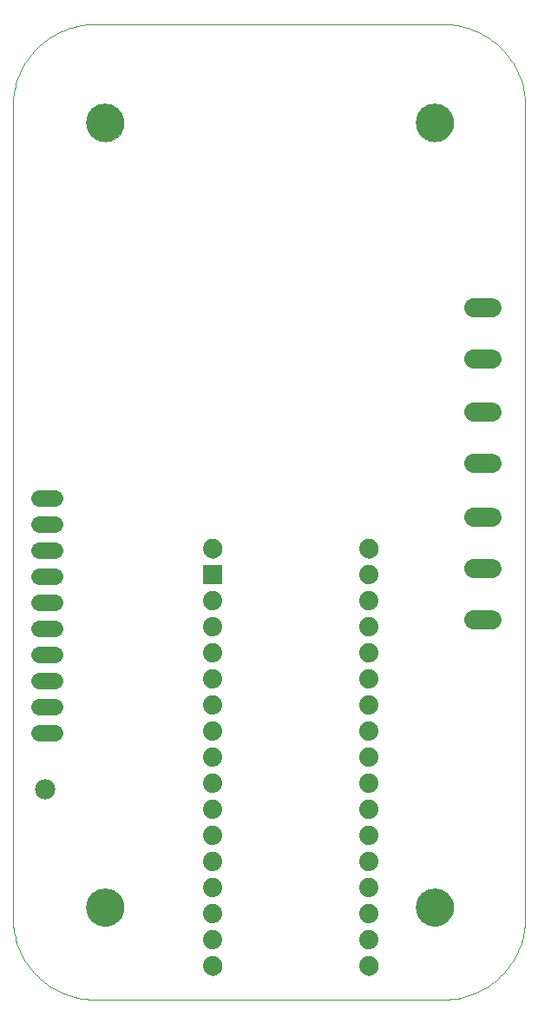
<source format=gbs>
G75*
%MOIN*%
%OFA0B0*%
%FSLAX24Y24*%
%IPPOS*%
%LPD*%
%AMOC8*
5,1,8,0,0,1.08239X$1,22.5*
%
%ADD10C,0.0000*%
%ADD11C,0.0780*%
%ADD12C,0.0640*%
%ADD13C,0.0745*%
%ADD14C,0.1457*%
%ADD15R,0.0740X0.0740*%
%ADD16C,0.0740*%
D10*
X001927Y006076D02*
X001927Y037179D01*
X001926Y037179D02*
X001928Y037289D01*
X001934Y037399D01*
X001943Y037508D01*
X001957Y037617D01*
X001974Y037726D01*
X001995Y037834D01*
X002020Y037941D01*
X002048Y038047D01*
X002080Y038152D01*
X002116Y038256D01*
X002155Y038359D01*
X002198Y038460D01*
X002245Y038560D01*
X002295Y038658D01*
X002348Y038754D01*
X002405Y038848D01*
X002465Y038940D01*
X002528Y039031D01*
X002594Y039118D01*
X002663Y039204D01*
X002735Y039287D01*
X002810Y039367D01*
X002888Y039445D01*
X002968Y039520D01*
X003051Y039592D01*
X003137Y039661D01*
X003224Y039727D01*
X003315Y039790D01*
X003407Y039850D01*
X003501Y039907D01*
X003597Y039960D01*
X003695Y040010D01*
X003795Y040057D01*
X003896Y040100D01*
X003999Y040139D01*
X004103Y040175D01*
X004208Y040207D01*
X004314Y040235D01*
X004421Y040260D01*
X004529Y040281D01*
X004638Y040298D01*
X004747Y040312D01*
X004856Y040321D01*
X004966Y040327D01*
X005076Y040329D01*
X005076Y040328D02*
X018462Y040328D01*
X018462Y040329D02*
X018572Y040327D01*
X018682Y040321D01*
X018791Y040312D01*
X018900Y040298D01*
X019009Y040281D01*
X019117Y040260D01*
X019224Y040235D01*
X019330Y040207D01*
X019435Y040175D01*
X019539Y040139D01*
X019642Y040100D01*
X019743Y040057D01*
X019843Y040010D01*
X019941Y039960D01*
X020037Y039907D01*
X020131Y039850D01*
X020223Y039790D01*
X020314Y039727D01*
X020401Y039661D01*
X020487Y039592D01*
X020570Y039520D01*
X020650Y039445D01*
X020728Y039367D01*
X020803Y039287D01*
X020875Y039204D01*
X020944Y039118D01*
X021010Y039031D01*
X021073Y038940D01*
X021133Y038848D01*
X021190Y038754D01*
X021243Y038658D01*
X021293Y038560D01*
X021340Y038460D01*
X021383Y038359D01*
X021422Y038256D01*
X021458Y038152D01*
X021490Y038047D01*
X021518Y037941D01*
X021543Y037834D01*
X021564Y037726D01*
X021581Y037617D01*
X021595Y037508D01*
X021604Y037399D01*
X021610Y037289D01*
X021612Y037179D01*
X021612Y006076D01*
X021610Y005966D01*
X021604Y005856D01*
X021595Y005747D01*
X021581Y005638D01*
X021564Y005529D01*
X021543Y005421D01*
X021518Y005314D01*
X021490Y005208D01*
X021458Y005103D01*
X021422Y004999D01*
X021383Y004896D01*
X021340Y004795D01*
X021293Y004695D01*
X021243Y004597D01*
X021190Y004501D01*
X021133Y004407D01*
X021073Y004315D01*
X021010Y004224D01*
X020944Y004137D01*
X020875Y004051D01*
X020803Y003968D01*
X020728Y003888D01*
X020650Y003810D01*
X020570Y003735D01*
X020487Y003663D01*
X020401Y003594D01*
X020314Y003528D01*
X020223Y003465D01*
X020131Y003405D01*
X020037Y003348D01*
X019941Y003295D01*
X019843Y003245D01*
X019743Y003198D01*
X019642Y003155D01*
X019539Y003116D01*
X019435Y003080D01*
X019330Y003048D01*
X019224Y003020D01*
X019117Y002995D01*
X019009Y002974D01*
X018900Y002957D01*
X018791Y002943D01*
X018682Y002934D01*
X018572Y002928D01*
X018462Y002926D01*
X018462Y002927D02*
X005076Y002927D01*
X005076Y002926D02*
X004966Y002928D01*
X004856Y002934D01*
X004747Y002943D01*
X004638Y002957D01*
X004529Y002974D01*
X004421Y002995D01*
X004314Y003020D01*
X004208Y003048D01*
X004103Y003080D01*
X003999Y003116D01*
X003896Y003155D01*
X003795Y003198D01*
X003695Y003245D01*
X003597Y003295D01*
X003501Y003348D01*
X003407Y003405D01*
X003315Y003465D01*
X003224Y003528D01*
X003137Y003594D01*
X003051Y003663D01*
X002968Y003735D01*
X002888Y003810D01*
X002810Y003888D01*
X002735Y003968D01*
X002663Y004051D01*
X002594Y004137D01*
X002528Y004224D01*
X002465Y004315D01*
X002405Y004407D01*
X002348Y004501D01*
X002295Y004597D01*
X002245Y004695D01*
X002198Y004795D01*
X002155Y004896D01*
X002116Y004999D01*
X002080Y005103D01*
X002048Y005208D01*
X002020Y005314D01*
X001995Y005421D01*
X001974Y005529D01*
X001957Y005638D01*
X001943Y005747D01*
X001934Y005856D01*
X001928Y005966D01*
X001926Y006076D01*
X004761Y006470D02*
X004763Y006523D01*
X004769Y006576D01*
X004779Y006628D01*
X004792Y006679D01*
X004810Y006729D01*
X004831Y006778D01*
X004856Y006825D01*
X004884Y006869D01*
X004916Y006912D01*
X004950Y006952D01*
X004988Y006990D01*
X005028Y007024D01*
X005071Y007056D01*
X005116Y007084D01*
X005162Y007109D01*
X005211Y007130D01*
X005261Y007148D01*
X005312Y007161D01*
X005364Y007171D01*
X005417Y007177D01*
X005470Y007179D01*
X005523Y007177D01*
X005576Y007171D01*
X005628Y007161D01*
X005679Y007148D01*
X005729Y007130D01*
X005778Y007109D01*
X005825Y007084D01*
X005869Y007056D01*
X005912Y007024D01*
X005952Y006990D01*
X005990Y006952D01*
X006024Y006912D01*
X006056Y006869D01*
X006084Y006824D01*
X006109Y006778D01*
X006130Y006729D01*
X006148Y006679D01*
X006161Y006628D01*
X006171Y006576D01*
X006177Y006523D01*
X006179Y006470D01*
X006177Y006417D01*
X006171Y006364D01*
X006161Y006312D01*
X006148Y006261D01*
X006130Y006211D01*
X006109Y006162D01*
X006084Y006115D01*
X006056Y006071D01*
X006024Y006028D01*
X005990Y005988D01*
X005952Y005950D01*
X005912Y005916D01*
X005869Y005884D01*
X005824Y005856D01*
X005778Y005831D01*
X005729Y005810D01*
X005679Y005792D01*
X005628Y005779D01*
X005576Y005769D01*
X005523Y005763D01*
X005470Y005761D01*
X005417Y005763D01*
X005364Y005769D01*
X005312Y005779D01*
X005261Y005792D01*
X005211Y005810D01*
X005162Y005831D01*
X005115Y005856D01*
X005071Y005884D01*
X005028Y005916D01*
X004988Y005950D01*
X004950Y005988D01*
X004916Y006028D01*
X004884Y006071D01*
X004856Y006116D01*
X004831Y006162D01*
X004810Y006211D01*
X004792Y006261D01*
X004779Y006312D01*
X004769Y006364D01*
X004763Y006417D01*
X004761Y006470D01*
X009245Y004220D02*
X009247Y004257D01*
X009253Y004294D01*
X009263Y004330D01*
X009276Y004365D01*
X009293Y004398D01*
X009314Y004429D01*
X009338Y004457D01*
X009365Y004483D01*
X009394Y004506D01*
X009425Y004526D01*
X009459Y004542D01*
X009494Y004555D01*
X009530Y004564D01*
X009567Y004569D01*
X009604Y004570D01*
X009641Y004567D01*
X009678Y004560D01*
X009714Y004549D01*
X009748Y004535D01*
X009781Y004517D01*
X009811Y004495D01*
X009839Y004471D01*
X009864Y004443D01*
X009887Y004413D01*
X009906Y004381D01*
X009921Y004347D01*
X009933Y004312D01*
X009941Y004276D01*
X009945Y004239D01*
X009945Y004201D01*
X009941Y004164D01*
X009933Y004128D01*
X009921Y004093D01*
X009906Y004059D01*
X009887Y004027D01*
X009864Y003997D01*
X009839Y003969D01*
X009811Y003945D01*
X009781Y003923D01*
X009748Y003905D01*
X009714Y003891D01*
X009678Y003880D01*
X009641Y003873D01*
X009604Y003870D01*
X009567Y003871D01*
X009530Y003876D01*
X009494Y003885D01*
X009459Y003898D01*
X009425Y003914D01*
X009394Y003934D01*
X009365Y003957D01*
X009338Y003983D01*
X009314Y004011D01*
X009293Y004042D01*
X009276Y004075D01*
X009263Y004110D01*
X009253Y004146D01*
X009247Y004183D01*
X009245Y004220D01*
X015245Y004220D02*
X015247Y004257D01*
X015253Y004294D01*
X015263Y004330D01*
X015276Y004365D01*
X015293Y004398D01*
X015314Y004429D01*
X015338Y004457D01*
X015365Y004483D01*
X015394Y004506D01*
X015425Y004526D01*
X015459Y004542D01*
X015494Y004555D01*
X015530Y004564D01*
X015567Y004569D01*
X015604Y004570D01*
X015641Y004567D01*
X015678Y004560D01*
X015714Y004549D01*
X015748Y004535D01*
X015781Y004517D01*
X015811Y004495D01*
X015839Y004471D01*
X015864Y004443D01*
X015887Y004413D01*
X015906Y004381D01*
X015921Y004347D01*
X015933Y004312D01*
X015941Y004276D01*
X015945Y004239D01*
X015945Y004201D01*
X015941Y004164D01*
X015933Y004128D01*
X015921Y004093D01*
X015906Y004059D01*
X015887Y004027D01*
X015864Y003997D01*
X015839Y003969D01*
X015811Y003945D01*
X015781Y003923D01*
X015748Y003905D01*
X015714Y003891D01*
X015678Y003880D01*
X015641Y003873D01*
X015604Y003870D01*
X015567Y003871D01*
X015530Y003876D01*
X015494Y003885D01*
X015459Y003898D01*
X015425Y003914D01*
X015394Y003934D01*
X015365Y003957D01*
X015338Y003983D01*
X015314Y004011D01*
X015293Y004042D01*
X015276Y004075D01*
X015263Y004110D01*
X015253Y004146D01*
X015247Y004183D01*
X015245Y004220D01*
X017418Y006470D02*
X017420Y006523D01*
X017426Y006576D01*
X017436Y006628D01*
X017449Y006679D01*
X017467Y006729D01*
X017488Y006778D01*
X017513Y006825D01*
X017541Y006869D01*
X017573Y006912D01*
X017607Y006952D01*
X017645Y006990D01*
X017685Y007024D01*
X017728Y007056D01*
X017773Y007084D01*
X017819Y007109D01*
X017868Y007130D01*
X017918Y007148D01*
X017969Y007161D01*
X018021Y007171D01*
X018074Y007177D01*
X018127Y007179D01*
X018180Y007177D01*
X018233Y007171D01*
X018285Y007161D01*
X018336Y007148D01*
X018386Y007130D01*
X018435Y007109D01*
X018482Y007084D01*
X018526Y007056D01*
X018569Y007024D01*
X018609Y006990D01*
X018647Y006952D01*
X018681Y006912D01*
X018713Y006869D01*
X018741Y006824D01*
X018766Y006778D01*
X018787Y006729D01*
X018805Y006679D01*
X018818Y006628D01*
X018828Y006576D01*
X018834Y006523D01*
X018836Y006470D01*
X018834Y006417D01*
X018828Y006364D01*
X018818Y006312D01*
X018805Y006261D01*
X018787Y006211D01*
X018766Y006162D01*
X018741Y006115D01*
X018713Y006071D01*
X018681Y006028D01*
X018647Y005988D01*
X018609Y005950D01*
X018569Y005916D01*
X018526Y005884D01*
X018481Y005856D01*
X018435Y005831D01*
X018386Y005810D01*
X018336Y005792D01*
X018285Y005779D01*
X018233Y005769D01*
X018180Y005763D01*
X018127Y005761D01*
X018074Y005763D01*
X018021Y005769D01*
X017969Y005779D01*
X017918Y005792D01*
X017868Y005810D01*
X017819Y005831D01*
X017772Y005856D01*
X017728Y005884D01*
X017685Y005916D01*
X017645Y005950D01*
X017607Y005988D01*
X017573Y006028D01*
X017541Y006071D01*
X017513Y006116D01*
X017488Y006162D01*
X017467Y006211D01*
X017449Y006261D01*
X017436Y006312D01*
X017426Y006364D01*
X017420Y006417D01*
X017418Y006470D01*
X015245Y020220D02*
X015247Y020257D01*
X015253Y020294D01*
X015263Y020330D01*
X015276Y020365D01*
X015293Y020398D01*
X015314Y020429D01*
X015338Y020457D01*
X015365Y020483D01*
X015394Y020506D01*
X015425Y020526D01*
X015459Y020542D01*
X015494Y020555D01*
X015530Y020564D01*
X015567Y020569D01*
X015604Y020570D01*
X015641Y020567D01*
X015678Y020560D01*
X015714Y020549D01*
X015748Y020535D01*
X015781Y020517D01*
X015811Y020495D01*
X015839Y020471D01*
X015864Y020443D01*
X015887Y020413D01*
X015906Y020381D01*
X015921Y020347D01*
X015933Y020312D01*
X015941Y020276D01*
X015945Y020239D01*
X015945Y020201D01*
X015941Y020164D01*
X015933Y020128D01*
X015921Y020093D01*
X015906Y020059D01*
X015887Y020027D01*
X015864Y019997D01*
X015839Y019969D01*
X015811Y019945D01*
X015781Y019923D01*
X015748Y019905D01*
X015714Y019891D01*
X015678Y019880D01*
X015641Y019873D01*
X015604Y019870D01*
X015567Y019871D01*
X015530Y019876D01*
X015494Y019885D01*
X015459Y019898D01*
X015425Y019914D01*
X015394Y019934D01*
X015365Y019957D01*
X015338Y019983D01*
X015314Y020011D01*
X015293Y020042D01*
X015276Y020075D01*
X015263Y020110D01*
X015253Y020146D01*
X015247Y020183D01*
X015245Y020220D01*
X009245Y020220D02*
X009247Y020257D01*
X009253Y020294D01*
X009263Y020330D01*
X009276Y020365D01*
X009293Y020398D01*
X009314Y020429D01*
X009338Y020457D01*
X009365Y020483D01*
X009394Y020506D01*
X009425Y020526D01*
X009459Y020542D01*
X009494Y020555D01*
X009530Y020564D01*
X009567Y020569D01*
X009604Y020570D01*
X009641Y020567D01*
X009678Y020560D01*
X009714Y020549D01*
X009748Y020535D01*
X009781Y020517D01*
X009811Y020495D01*
X009839Y020471D01*
X009864Y020443D01*
X009887Y020413D01*
X009906Y020381D01*
X009921Y020347D01*
X009933Y020312D01*
X009941Y020276D01*
X009945Y020239D01*
X009945Y020201D01*
X009941Y020164D01*
X009933Y020128D01*
X009921Y020093D01*
X009906Y020059D01*
X009887Y020027D01*
X009864Y019997D01*
X009839Y019969D01*
X009811Y019945D01*
X009781Y019923D01*
X009748Y019905D01*
X009714Y019891D01*
X009678Y019880D01*
X009641Y019873D01*
X009604Y019870D01*
X009567Y019871D01*
X009530Y019876D01*
X009494Y019885D01*
X009459Y019898D01*
X009425Y019914D01*
X009394Y019934D01*
X009365Y019957D01*
X009338Y019983D01*
X009314Y020011D01*
X009293Y020042D01*
X009276Y020075D01*
X009263Y020110D01*
X009253Y020146D01*
X009247Y020183D01*
X009245Y020220D01*
X004761Y036549D02*
X004763Y036602D01*
X004769Y036655D01*
X004779Y036707D01*
X004792Y036758D01*
X004810Y036808D01*
X004831Y036857D01*
X004856Y036904D01*
X004884Y036948D01*
X004916Y036991D01*
X004950Y037031D01*
X004988Y037069D01*
X005028Y037103D01*
X005071Y037135D01*
X005116Y037163D01*
X005162Y037188D01*
X005211Y037209D01*
X005261Y037227D01*
X005312Y037240D01*
X005364Y037250D01*
X005417Y037256D01*
X005470Y037258D01*
X005523Y037256D01*
X005576Y037250D01*
X005628Y037240D01*
X005679Y037227D01*
X005729Y037209D01*
X005778Y037188D01*
X005825Y037163D01*
X005869Y037135D01*
X005912Y037103D01*
X005952Y037069D01*
X005990Y037031D01*
X006024Y036991D01*
X006056Y036948D01*
X006084Y036903D01*
X006109Y036857D01*
X006130Y036808D01*
X006148Y036758D01*
X006161Y036707D01*
X006171Y036655D01*
X006177Y036602D01*
X006179Y036549D01*
X006177Y036496D01*
X006171Y036443D01*
X006161Y036391D01*
X006148Y036340D01*
X006130Y036290D01*
X006109Y036241D01*
X006084Y036194D01*
X006056Y036150D01*
X006024Y036107D01*
X005990Y036067D01*
X005952Y036029D01*
X005912Y035995D01*
X005869Y035963D01*
X005824Y035935D01*
X005778Y035910D01*
X005729Y035889D01*
X005679Y035871D01*
X005628Y035858D01*
X005576Y035848D01*
X005523Y035842D01*
X005470Y035840D01*
X005417Y035842D01*
X005364Y035848D01*
X005312Y035858D01*
X005261Y035871D01*
X005211Y035889D01*
X005162Y035910D01*
X005115Y035935D01*
X005071Y035963D01*
X005028Y035995D01*
X004988Y036029D01*
X004950Y036067D01*
X004916Y036107D01*
X004884Y036150D01*
X004856Y036195D01*
X004831Y036241D01*
X004810Y036290D01*
X004792Y036340D01*
X004779Y036391D01*
X004769Y036443D01*
X004763Y036496D01*
X004761Y036549D01*
X017418Y036549D02*
X017420Y036602D01*
X017426Y036655D01*
X017436Y036707D01*
X017449Y036758D01*
X017467Y036808D01*
X017488Y036857D01*
X017513Y036904D01*
X017541Y036948D01*
X017573Y036991D01*
X017607Y037031D01*
X017645Y037069D01*
X017685Y037103D01*
X017728Y037135D01*
X017773Y037163D01*
X017819Y037188D01*
X017868Y037209D01*
X017918Y037227D01*
X017969Y037240D01*
X018021Y037250D01*
X018074Y037256D01*
X018127Y037258D01*
X018180Y037256D01*
X018233Y037250D01*
X018285Y037240D01*
X018336Y037227D01*
X018386Y037209D01*
X018435Y037188D01*
X018482Y037163D01*
X018526Y037135D01*
X018569Y037103D01*
X018609Y037069D01*
X018647Y037031D01*
X018681Y036991D01*
X018713Y036948D01*
X018741Y036903D01*
X018766Y036857D01*
X018787Y036808D01*
X018805Y036758D01*
X018818Y036707D01*
X018828Y036655D01*
X018834Y036602D01*
X018836Y036549D01*
X018834Y036496D01*
X018828Y036443D01*
X018818Y036391D01*
X018805Y036340D01*
X018787Y036290D01*
X018766Y036241D01*
X018741Y036194D01*
X018713Y036150D01*
X018681Y036107D01*
X018647Y036067D01*
X018609Y036029D01*
X018569Y035995D01*
X018526Y035963D01*
X018481Y035935D01*
X018435Y035910D01*
X018386Y035889D01*
X018336Y035871D01*
X018285Y035858D01*
X018233Y035848D01*
X018180Y035842D01*
X018127Y035840D01*
X018074Y035842D01*
X018021Y035848D01*
X017969Y035858D01*
X017918Y035871D01*
X017868Y035889D01*
X017819Y035910D01*
X017772Y035935D01*
X017728Y035963D01*
X017685Y035995D01*
X017645Y036029D01*
X017607Y036067D01*
X017573Y036107D01*
X017541Y036150D01*
X017513Y036195D01*
X017488Y036241D01*
X017467Y036290D01*
X017449Y036340D01*
X017436Y036391D01*
X017426Y036443D01*
X017420Y036496D01*
X017418Y036549D01*
D11*
X003165Y010992D03*
D12*
X002946Y013141D02*
X003546Y013141D01*
X003546Y014141D02*
X002946Y014141D01*
X002946Y015141D02*
X003546Y015141D01*
X003546Y016141D02*
X002946Y016141D01*
X002946Y017141D02*
X003546Y017141D01*
X003546Y018141D02*
X002946Y018141D01*
X002946Y019141D02*
X003546Y019141D01*
X003546Y020141D02*
X002946Y020141D01*
X002946Y021141D02*
X003546Y021141D01*
X003546Y022141D02*
X002946Y022141D01*
D13*
X019625Y021439D02*
X020330Y021439D01*
X020330Y019470D02*
X019625Y019470D01*
X019625Y017501D02*
X020330Y017501D01*
X020323Y023486D02*
X019618Y023486D01*
X019618Y025454D02*
X020323Y025454D01*
X020323Y027486D02*
X019618Y027486D01*
X019618Y029454D02*
X020323Y029454D01*
D14*
X018127Y036549D03*
X005470Y036549D03*
X005470Y006470D03*
X018127Y006470D03*
D15*
X009595Y019220D03*
D16*
X009595Y020220D03*
X009595Y018220D03*
X009595Y017220D03*
X009595Y016220D03*
X009595Y015220D03*
X009595Y014220D03*
X009595Y013220D03*
X009595Y012220D03*
X009595Y011220D03*
X009595Y010220D03*
X009595Y009220D03*
X009595Y008220D03*
X009595Y007220D03*
X009595Y006220D03*
X009595Y005220D03*
X009595Y004220D03*
X015595Y004220D03*
X015595Y005220D03*
X015595Y006220D03*
X015595Y007220D03*
X015595Y008220D03*
X015595Y009220D03*
X015595Y010220D03*
X015595Y011220D03*
X015595Y012220D03*
X015595Y013220D03*
X015595Y014220D03*
X015595Y015220D03*
X015595Y016220D03*
X015595Y017220D03*
X015595Y018220D03*
X015595Y019220D03*
X015595Y020220D03*
M02*

</source>
